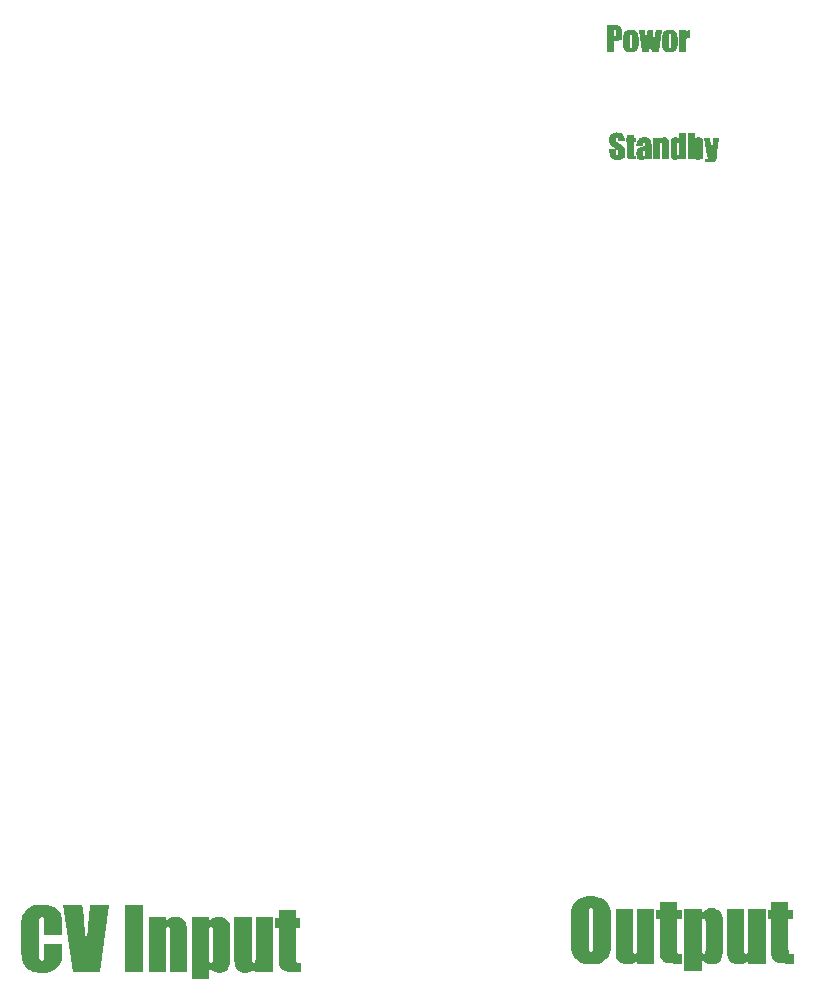
<source format=gbr>
%TF.GenerationSoftware,KiCad,Pcbnew,8.0.0*%
%TF.CreationDate,2024-04-13T17:49:09+09:00*%
%TF.ProjectId,RaverackPanel,52617665-7261-4636-9b50-616e656c2e6b,rev?*%
%TF.SameCoordinates,Original*%
%TF.FileFunction,Legend,Top*%
%TF.FilePolarity,Positive*%
%FSLAX46Y46*%
G04 Gerber Fmt 4.6, Leading zero omitted, Abs format (unit mm)*
G04 Created by KiCad (PCBNEW 8.0.0) date 2024-04-13 17:49:09*
%MOMM*%
%LPD*%
G01*
G04 APERTURE LIST*
%ADD10C,0.300000*%
G04 APERTURE END LIST*
D10*
G36*
X126743021Y-131773691D02*
G01*
X125218946Y-131773691D01*
X125218946Y-130788171D01*
X125213279Y-130530400D01*
X125178646Y-130298464D01*
X125007676Y-130210537D01*
X124813503Y-130319225D01*
X124777820Y-130571005D01*
X124771981Y-130833356D01*
X124771981Y-133362491D01*
X124777820Y-133614652D01*
X124813503Y-133857083D01*
X124996685Y-133962107D01*
X125174982Y-133854640D01*
X125211690Y-133604595D01*
X125218774Y-133349243D01*
X125218946Y-133294103D01*
X125218946Y-132555268D01*
X126743021Y-132555268D01*
X126743021Y-132810502D01*
X126739950Y-133070058D01*
X126728158Y-133349410D01*
X126707521Y-133593730D01*
X126666248Y-133864992D01*
X126617236Y-134051256D01*
X126509807Y-134273579D01*
X126343226Y-134478013D01*
X126142728Y-134646708D01*
X126065247Y-134699720D01*
X125839246Y-134821536D01*
X125588668Y-134908548D01*
X125313514Y-134960755D01*
X125052592Y-134977885D01*
X125013782Y-134978157D01*
X124742258Y-134967054D01*
X124491889Y-134933745D01*
X124231656Y-134868486D01*
X123999053Y-134774224D01*
X123945219Y-134746127D01*
X123730048Y-134600915D01*
X123543765Y-134406714D01*
X123413057Y-134177927D01*
X123384682Y-134102547D01*
X123318565Y-133839365D01*
X123282100Y-133590858D01*
X123261263Y-133347340D01*
X123250043Y-133075658D01*
X123247906Y-132878890D01*
X123247906Y-131279099D01*
X123249893Y-131033347D01*
X123257029Y-130786547D01*
X123273249Y-130529138D01*
X123289427Y-130382728D01*
X123350977Y-130140281D01*
X123468154Y-129905090D01*
X123540997Y-129798988D01*
X123721775Y-129604414D01*
X123926713Y-129455925D01*
X124122295Y-129355687D01*
X124364940Y-129270679D01*
X124628813Y-129217155D01*
X124884449Y-129195903D01*
X124973482Y-129194487D01*
X125246967Y-129206466D01*
X125498947Y-129242405D01*
X125760592Y-129312816D01*
X125994150Y-129414520D01*
X126048150Y-129444836D01*
X126264802Y-129594823D01*
X126451372Y-129784588D01*
X126580935Y-129998682D01*
X126608688Y-130067655D01*
X126673624Y-130308951D01*
X126713504Y-130576797D01*
X126734625Y-130852361D01*
X126742496Y-131119163D01*
X126743021Y-131214375D01*
X126743021Y-131773691D01*
G37*
G36*
X130681437Y-129272644D02*
G01*
X129935275Y-134900000D01*
X127672365Y-134900000D01*
X126826064Y-129272644D01*
X128431960Y-129272644D01*
X128464781Y-129560727D01*
X128496074Y-129843676D01*
X128525841Y-130121493D01*
X128554082Y-130394177D01*
X128580796Y-130661728D01*
X128605983Y-130924146D01*
X128629644Y-131181431D01*
X128651779Y-131433583D01*
X128672387Y-131680602D01*
X128700437Y-132041507D01*
X128725052Y-132390862D01*
X128746232Y-132728669D01*
X128763978Y-133054926D01*
X128773900Y-133266015D01*
X128788297Y-132953650D01*
X128803553Y-132648992D01*
X128819667Y-132352040D01*
X128836640Y-132062794D01*
X128854472Y-131781256D01*
X128873162Y-131507423D01*
X128892711Y-131241298D01*
X128913119Y-130982879D01*
X128934385Y-130732166D01*
X128964076Y-130409870D01*
X128971737Y-130331437D01*
X129075540Y-129272644D01*
X130681437Y-129272644D01*
G37*
G36*
X133580600Y-129272644D02*
G01*
X133580600Y-134900000D01*
X132056524Y-134900000D01*
X132056524Y-129272644D01*
X133580600Y-129272644D01*
G37*
G36*
X135519888Y-130288695D02*
G01*
X135502791Y-130586671D01*
X135678474Y-130416445D01*
X135805652Y-130337543D01*
X136033360Y-130246381D01*
X136290584Y-130211033D01*
X136327110Y-130210537D01*
X136586657Y-130235266D01*
X136825197Y-130317870D01*
X136935275Y-130386392D01*
X137120085Y-130569699D01*
X137230299Y-130792183D01*
X137239357Y-130824808D01*
X137281031Y-131069127D01*
X137299664Y-131314577D01*
X137307144Y-131577519D01*
X137307745Y-131686985D01*
X137307745Y-134900000D01*
X135842288Y-134900000D01*
X135842288Y-131707745D01*
X135839665Y-131454558D01*
X135824552Y-131202759D01*
X135815422Y-131156978D01*
X135678646Y-131070272D01*
X135525994Y-131172854D01*
X135499483Y-131436585D01*
X135494521Y-131690559D01*
X135494242Y-131782240D01*
X135494242Y-134900000D01*
X134028785Y-134900000D01*
X134028785Y-130288695D01*
X135519888Y-130288695D01*
G37*
G36*
X140267452Y-130240366D02*
G01*
X140495186Y-130329853D01*
X140590369Y-130391277D01*
X140770689Y-130558874D01*
X140889758Y-130776174D01*
X140898115Y-130805268D01*
X140937650Y-131046769D01*
X140954346Y-131301936D01*
X140959116Y-131549518D01*
X140959176Y-131583182D01*
X140959176Y-133489497D01*
X140955495Y-133745151D01*
X140942271Y-133996110D01*
X140912218Y-134247986D01*
X140882240Y-134383426D01*
X140775300Y-134612833D01*
X140596447Y-134795013D01*
X140567166Y-134815736D01*
X140339496Y-134926766D01*
X140095437Y-134974192D01*
X139993196Y-134978157D01*
X139735519Y-134946711D01*
X139497383Y-134852372D01*
X139287059Y-134710798D01*
X139153000Y-134572714D01*
X139153000Y-135525261D01*
X137687543Y-135525261D01*
X137687543Y-133535903D01*
X139153000Y-133535903D01*
X139157809Y-133796079D01*
X139187194Y-134030495D01*
X139333740Y-134118422D01*
X139466852Y-134040265D01*
X139491594Y-133781686D01*
X139493719Y-133601849D01*
X139493719Y-131635694D01*
X139490689Y-131388554D01*
X139468073Y-131143545D01*
X139330076Y-131070272D01*
X139185973Y-131158199D01*
X139156896Y-131403509D01*
X139153000Y-131635694D01*
X139153000Y-133535903D01*
X137687543Y-133535903D01*
X137687543Y-130288695D01*
X139178646Y-130288695D01*
X139160327Y-130611095D01*
X139336526Y-130441763D01*
X139504710Y-130336322D01*
X139746510Y-130241983D01*
X139993162Y-130210660D01*
X140010293Y-130210537D01*
X140267452Y-130240366D01*
G37*
G36*
X144571528Y-130288695D02*
G01*
X144571528Y-134900000D01*
X143079204Y-134900000D01*
X143096301Y-134627669D01*
X142908997Y-134797570D01*
X142808094Y-134857257D01*
X142572095Y-134947932D01*
X142321454Y-134978039D01*
X142303733Y-134978157D01*
X142059317Y-134959413D01*
X141820876Y-134891203D01*
X141765177Y-134864584D01*
X141558926Y-134711870D01*
X141447662Y-134560502D01*
X141353399Y-134331417D01*
X141320655Y-134169713D01*
X141303959Y-133919770D01*
X141297758Y-133651079D01*
X141296231Y-133382030D01*
X141296231Y-130288695D01*
X142761688Y-130288695D01*
X142761688Y-133425994D01*
X142763813Y-133686996D01*
X142774387Y-133940187D01*
X142788555Y-134035380D01*
X142932658Y-134118422D01*
X143081646Y-134032937D01*
X143101396Y-133787402D01*
X143105689Y-133523100D01*
X143106071Y-133391800D01*
X143106071Y-130288695D01*
X144571528Y-130288695D01*
G37*
G36*
X146512037Y-129663433D02*
G01*
X146512037Y-130366852D01*
X146885729Y-130366852D01*
X146885729Y-131148429D01*
X146512037Y-131148429D01*
X146512037Y-133594521D01*
X146516222Y-133851671D01*
X146547452Y-134078122D01*
X146801802Y-134116494D01*
X146944347Y-134118422D01*
X146944347Y-134900000D01*
X146345952Y-134900000D01*
X146098517Y-134896812D01*
X145853555Y-134884257D01*
X145658408Y-134859699D01*
X145425335Y-134771646D01*
X145284717Y-134666748D01*
X145134894Y-134471266D01*
X145081995Y-134321144D01*
X145055281Y-134057409D01*
X145046008Y-133787638D01*
X145043069Y-133523586D01*
X145042916Y-133439427D01*
X145042916Y-131148429D01*
X144743719Y-131148429D01*
X144743719Y-130366852D01*
X145042916Y-130366852D01*
X145042916Y-129663433D01*
X146512037Y-129663433D01*
G37*
G36*
X173542780Y-54750857D02*
G01*
X173643331Y-54757322D01*
X173740249Y-54770215D01*
X173811995Y-54786671D01*
X173907405Y-54823036D01*
X173991247Y-54879422D01*
X174008855Y-54897069D01*
X174067690Y-54982017D01*
X174099225Y-55070481D01*
X174114406Y-55170294D01*
X174120817Y-55271101D01*
X174122672Y-55379692D01*
X174122672Y-55571179D01*
X174119802Y-55671074D01*
X174108144Y-55776022D01*
X174082315Y-55872742D01*
X174076755Y-55885764D01*
X174017070Y-55969798D01*
X173931345Y-56029638D01*
X173909204Y-56040125D01*
X173807950Y-56072571D01*
X173708249Y-56088170D01*
X173606609Y-56093318D01*
X173594619Y-56093370D01*
X173454912Y-56093370D01*
X173454912Y-57000000D01*
X172845282Y-57000000D01*
X172845282Y-55155478D01*
X173454912Y-55155478D01*
X173454912Y-55686461D01*
X173481779Y-55686950D01*
X173575505Y-55659268D01*
X173580942Y-55653244D01*
X173606129Y-55555700D01*
X173607808Y-55502302D01*
X173607808Y-55321074D01*
X173596787Y-55221827D01*
X173576545Y-55185275D01*
X173481839Y-55156205D01*
X173454912Y-55155478D01*
X172845282Y-55155478D01*
X172845282Y-54749057D01*
X173443677Y-54749057D01*
X173542780Y-54750857D01*
G37*
G36*
X174953718Y-55128697D02*
G01*
X175058056Y-55144191D01*
X175152089Y-55170752D01*
X175178290Y-55180879D01*
X175272445Y-55228025D01*
X175354603Y-55290418D01*
X175390293Y-55328890D01*
X175446953Y-55409940D01*
X175487325Y-55499270D01*
X175492875Y-55517445D01*
X175511908Y-55620682D01*
X175519386Y-55727902D01*
X175520718Y-55808094D01*
X175520718Y-56251639D01*
X175519503Y-56352966D01*
X175515137Y-56453655D01*
X175505215Y-56556848D01*
X175495317Y-56614096D01*
X175462205Y-56713111D01*
X175411198Y-56800199D01*
X175386385Y-56832449D01*
X175317142Y-56901463D01*
X175234710Y-56955364D01*
X175172428Y-56982903D01*
X175078594Y-57010436D01*
X174975755Y-57026540D01*
X174874452Y-57031263D01*
X174773893Y-57028017D01*
X174672494Y-57016797D01*
X174573518Y-56995199D01*
X174556936Y-56990230D01*
X174460081Y-56949480D01*
X174377054Y-56889908D01*
X174352749Y-56864689D01*
X174296676Y-56784386D01*
X174256685Y-56691368D01*
X174248213Y-56662456D01*
X174229460Y-56557721D01*
X174224133Y-56494417D01*
X174803621Y-56494417D01*
X174806627Y-56592877D01*
X174817299Y-56654640D01*
X174869078Y-56687369D01*
X174921346Y-56657571D01*
X174933904Y-56558836D01*
X174934535Y-56512491D01*
X174934535Y-55666434D01*
X174932104Y-55566470D01*
X174921835Y-55498394D01*
X174870544Y-55468108D01*
X174817299Y-55498883D01*
X174804703Y-55597684D01*
X174803621Y-55666434D01*
X174803621Y-56494417D01*
X174224133Y-56494417D01*
X174221075Y-56458073D01*
X174217709Y-56354316D01*
X174217438Y-56311723D01*
X174217438Y-55847662D01*
X174220127Y-55741340D01*
X174229782Y-55632652D01*
X174249037Y-55526727D01*
X174273614Y-55447103D01*
X174323249Y-55353500D01*
X174394242Y-55273519D01*
X174477313Y-55212630D01*
X174566318Y-55169890D01*
X174667920Y-55141138D01*
X174768807Y-55127323D01*
X174851004Y-55124214D01*
X174953718Y-55128697D01*
G37*
G36*
X177490293Y-55155478D02*
G01*
X177265101Y-57000000D01*
X176634466Y-57000000D01*
X176618497Y-56885673D01*
X176605808Y-56786312D01*
X176593195Y-56679929D01*
X176580658Y-56566524D01*
X176568198Y-56446097D01*
X176555814Y-56318648D01*
X176546576Y-56218453D01*
X176537382Y-56114308D01*
X176534326Y-56078715D01*
X176530760Y-56177514D01*
X176523604Y-56291085D01*
X176513222Y-56402833D01*
X176499615Y-56512758D01*
X176487920Y-56590160D01*
X176423928Y-57000000D01*
X175793782Y-57000000D01*
X175554912Y-55155478D01*
X176064891Y-55155478D01*
X176076080Y-55271831D01*
X176085766Y-55370898D01*
X176098352Y-55499107D01*
X176109695Y-55614387D01*
X176122669Y-55746059D01*
X176137275Y-55894123D01*
X176147919Y-56001939D01*
X176159287Y-56117041D01*
X176171381Y-56239427D01*
X176174159Y-56141477D01*
X176183471Y-56023799D01*
X176195317Y-55901029D01*
X176206766Y-55792252D01*
X176220413Y-55669160D01*
X176236258Y-55531755D01*
X176248043Y-55432199D01*
X176260805Y-55326282D01*
X176274543Y-55214003D01*
X176281779Y-55155478D01*
X176769776Y-55155478D01*
X176867962Y-56239427D01*
X176872083Y-56115421D01*
X176879075Y-55988132D01*
X176886202Y-55890512D01*
X176894943Y-55791045D01*
X176905299Y-55689733D01*
X176917268Y-55586574D01*
X176930852Y-55481569D01*
X176946051Y-55374718D01*
X176962864Y-55266021D01*
X176981290Y-55155478D01*
X177490293Y-55155478D01*
G37*
G36*
X178257835Y-55128697D02*
G01*
X178362173Y-55144191D01*
X178456206Y-55170752D01*
X178482407Y-55180879D01*
X178576563Y-55228025D01*
X178658720Y-55290418D01*
X178694410Y-55328890D01*
X178751070Y-55409940D01*
X178791442Y-55499270D01*
X178796992Y-55517445D01*
X178816026Y-55620682D01*
X178823503Y-55727902D01*
X178824836Y-55808094D01*
X178824836Y-56251639D01*
X178823620Y-56352966D01*
X178819254Y-56453655D01*
X178809332Y-56556848D01*
X178799434Y-56614096D01*
X178766322Y-56713111D01*
X178715315Y-56800199D01*
X178690502Y-56832449D01*
X178621259Y-56901463D01*
X178538827Y-56955364D01*
X178476545Y-56982903D01*
X178382711Y-57010436D01*
X178279872Y-57026540D01*
X178178569Y-57031263D01*
X178078011Y-57028017D01*
X177976612Y-57016797D01*
X177877635Y-56995199D01*
X177861053Y-56990230D01*
X177764199Y-56949480D01*
X177681171Y-56889908D01*
X177656866Y-56864689D01*
X177600793Y-56784386D01*
X177560802Y-56691368D01*
X177552330Y-56662456D01*
X177533577Y-56557721D01*
X177528250Y-56494417D01*
X178107739Y-56494417D01*
X178110744Y-56592877D01*
X178121416Y-56654640D01*
X178173196Y-56687369D01*
X178225464Y-56657571D01*
X178238022Y-56558836D01*
X178238653Y-56512491D01*
X178238653Y-55666434D01*
X178236222Y-55566470D01*
X178225952Y-55498394D01*
X178174661Y-55468108D01*
X178121416Y-55498883D01*
X178108820Y-55597684D01*
X178107739Y-55666434D01*
X178107739Y-56494417D01*
X177528250Y-56494417D01*
X177525192Y-56458073D01*
X177521826Y-56354316D01*
X177521556Y-56311723D01*
X177521556Y-55847662D01*
X177524244Y-55741340D01*
X177533899Y-55632652D01*
X177553155Y-55526727D01*
X177577732Y-55447103D01*
X177627367Y-55353500D01*
X177698359Y-55273519D01*
X177781430Y-55212630D01*
X177870435Y-55169890D01*
X177972037Y-55141138D01*
X178072924Y-55127323D01*
X178155122Y-55124214D01*
X178257835Y-55128697D01*
G37*
G36*
X179556099Y-55155478D02*
G01*
X179517020Y-55432449D01*
X179563371Y-55332723D01*
X179619991Y-55252266D01*
X179699028Y-55182753D01*
X179792043Y-55139466D01*
X179882896Y-55123237D01*
X179882896Y-55812002D01*
X179781542Y-55816447D01*
X179680355Y-55836833D01*
X179651842Y-55849616D01*
X179582587Y-55919331D01*
X179569776Y-55955129D01*
X179558907Y-56060079D01*
X179555580Y-56163132D01*
X179554648Y-56264068D01*
X179554633Y-56279972D01*
X179554633Y-57000000D01*
X178968450Y-57000000D01*
X178968450Y-55155478D01*
X179556099Y-55155478D01*
G37*
G36*
X171737849Y-128496175D02*
G01*
X171996641Y-128536580D01*
X172238022Y-128605846D01*
X172307041Y-128632254D01*
X172540642Y-128750753D01*
X172741054Y-128904751D01*
X172894445Y-129075554D01*
X173026587Y-129284506D01*
X173121699Y-129525619D01*
X173159448Y-129715471D01*
X173181344Y-129979844D01*
X173193022Y-130262097D01*
X173198374Y-130515061D01*
X173200807Y-130803401D01*
X173200969Y-130907376D01*
X173200969Y-131845268D01*
X173199986Y-132091974D01*
X173196207Y-132357244D01*
X173188218Y-132624293D01*
X173174365Y-132873535D01*
X173160669Y-133021297D01*
X173106058Y-133275348D01*
X173002675Y-133513599D01*
X172906657Y-133663656D01*
X172742124Y-133848995D01*
X172542382Y-134002009D01*
X172330244Y-134113063D01*
X172092870Y-134194851D01*
X171832599Y-134246347D01*
X171578777Y-134266794D01*
X171490048Y-134268157D01*
X171241658Y-134256565D01*
X170982436Y-134216494D01*
X170740864Y-134147801D01*
X170671835Y-134121612D01*
X170438233Y-134002561D01*
X170237822Y-133848589D01*
X170084431Y-133678311D01*
X169952288Y-133468664D01*
X169857176Y-133227121D01*
X169819427Y-133037173D01*
X169797531Y-132772799D01*
X169790179Y-132595094D01*
X171301981Y-132595094D01*
X171305321Y-132850404D01*
X171322852Y-133097413D01*
X171336175Y-133156852D01*
X171486385Y-133252107D01*
X171641479Y-133140976D01*
X171671049Y-132880712D01*
X171676756Y-132612754D01*
X171676894Y-132554794D01*
X171676894Y-130053747D01*
X171670848Y-129797083D01*
X171640258Y-129590907D01*
X171496154Y-129500537D01*
X171352051Y-129572588D01*
X171306871Y-129830971D01*
X171301981Y-130053747D01*
X171301981Y-132595094D01*
X169790179Y-132595094D01*
X169785853Y-132490546D01*
X169780501Y-132237583D01*
X169778068Y-131949243D01*
X169777906Y-131845268D01*
X169777906Y-130907376D01*
X169778890Y-130660670D01*
X169782668Y-130395399D01*
X169790657Y-130128351D01*
X169804510Y-129879108D01*
X169818206Y-129731346D01*
X169872817Y-129477296D01*
X169976201Y-129239044D01*
X170072219Y-129088988D01*
X170236607Y-128903794D01*
X170435916Y-128751212D01*
X170647411Y-128640802D01*
X170885547Y-128558370D01*
X171146582Y-128506468D01*
X171401091Y-128485860D01*
X171490048Y-128484487D01*
X171737849Y-128496175D01*
G37*
G36*
X176857285Y-129578695D02*
G01*
X176857285Y-134190000D01*
X175364961Y-134190000D01*
X175382058Y-133917669D01*
X175194754Y-134087570D01*
X175093852Y-134147257D01*
X174857852Y-134237932D01*
X174607211Y-134268039D01*
X174589490Y-134268157D01*
X174345074Y-134249413D01*
X174106633Y-134181203D01*
X174050935Y-134154584D01*
X173844683Y-134001870D01*
X173733419Y-133850502D01*
X173639156Y-133621417D01*
X173606413Y-133459713D01*
X173589716Y-133209770D01*
X173583515Y-132941079D01*
X173581988Y-132672030D01*
X173581988Y-129578695D01*
X175047445Y-129578695D01*
X175047445Y-132715994D01*
X175049571Y-132976996D01*
X175060144Y-133230187D01*
X175074312Y-133325380D01*
X175218415Y-133408422D01*
X175367404Y-133322937D01*
X175387153Y-133077402D01*
X175391446Y-132813100D01*
X175391828Y-132681800D01*
X175391828Y-129578695D01*
X176857285Y-129578695D01*
G37*
G36*
X178797794Y-128953433D02*
G01*
X178797794Y-129656852D01*
X179171486Y-129656852D01*
X179171486Y-130438429D01*
X178797794Y-130438429D01*
X178797794Y-132884521D01*
X178801979Y-133141671D01*
X178833210Y-133368122D01*
X179087560Y-133406494D01*
X179230104Y-133408422D01*
X179230104Y-134190000D01*
X178631709Y-134190000D01*
X178384274Y-134186812D01*
X178139312Y-134174257D01*
X177944166Y-134149699D01*
X177711093Y-134061646D01*
X177570474Y-133956748D01*
X177420651Y-133761266D01*
X177367752Y-133611144D01*
X177341038Y-133347409D01*
X177331765Y-133077638D01*
X177328826Y-132813586D01*
X177328674Y-132729427D01*
X177328674Y-130438429D01*
X177029476Y-130438429D01*
X177029476Y-129656852D01*
X177328674Y-129656852D01*
X177328674Y-128953433D01*
X178797794Y-128953433D01*
G37*
G36*
X181966329Y-129530366D02*
G01*
X182194063Y-129619853D01*
X182289246Y-129681277D01*
X182469566Y-129848874D01*
X182588634Y-130066174D01*
X182596992Y-130095268D01*
X182636526Y-130336769D01*
X182653223Y-130591936D01*
X182657993Y-130839518D01*
X182658053Y-130873182D01*
X182658053Y-132779497D01*
X182654371Y-133035151D01*
X182641148Y-133286110D01*
X182611094Y-133537986D01*
X182581116Y-133673426D01*
X182474176Y-133902833D01*
X182295323Y-134085013D01*
X182266043Y-134105736D01*
X182038372Y-134216766D01*
X181794313Y-134264192D01*
X181692072Y-134268157D01*
X181434396Y-134236711D01*
X181196259Y-134142372D01*
X180985936Y-134000798D01*
X180851877Y-133862714D01*
X180851877Y-134815261D01*
X179386420Y-134815261D01*
X179386420Y-132825903D01*
X180851877Y-132825903D01*
X180856685Y-133086079D01*
X180886071Y-133320495D01*
X181032616Y-133408422D01*
X181165729Y-133330265D01*
X181190470Y-133071686D01*
X181192595Y-132891849D01*
X181192595Y-130925694D01*
X181189565Y-130678554D01*
X181166950Y-130433545D01*
X181028953Y-130360272D01*
X180884849Y-130448199D01*
X180855773Y-130693509D01*
X180851877Y-130925694D01*
X180851877Y-132825903D01*
X179386420Y-132825903D01*
X179386420Y-129578695D01*
X180877522Y-129578695D01*
X180859204Y-129901095D01*
X181035402Y-129731763D01*
X181203586Y-129626322D01*
X181445387Y-129531983D01*
X181692039Y-129500660D01*
X181709169Y-129500537D01*
X181966329Y-129530366D01*
G37*
G36*
X186270404Y-129578695D02*
G01*
X186270404Y-134190000D01*
X184778080Y-134190000D01*
X184795177Y-133917669D01*
X184607874Y-134087570D01*
X184506971Y-134147257D01*
X184270971Y-134237932D01*
X184020330Y-134268039D01*
X184002609Y-134268157D01*
X183758194Y-134249413D01*
X183519753Y-134181203D01*
X183464054Y-134154584D01*
X183257802Y-134001870D01*
X183146538Y-133850502D01*
X183052276Y-133621417D01*
X183019532Y-133459713D01*
X183002836Y-133209770D01*
X182996634Y-132941079D01*
X182995108Y-132672030D01*
X182995108Y-129578695D01*
X184460565Y-129578695D01*
X184460565Y-132715994D01*
X184462690Y-132976996D01*
X184473263Y-133230187D01*
X184487431Y-133325380D01*
X184631535Y-133408422D01*
X184780523Y-133322937D01*
X184800272Y-133077402D01*
X184804566Y-132813100D01*
X184804947Y-132681800D01*
X184804947Y-129578695D01*
X186270404Y-129578695D01*
G37*
G36*
X188210914Y-128953433D02*
G01*
X188210914Y-129656852D01*
X188584605Y-129656852D01*
X188584605Y-130438429D01*
X188210914Y-130438429D01*
X188210914Y-132884521D01*
X188215098Y-133141671D01*
X188246329Y-133368122D01*
X188500679Y-133406494D01*
X188643224Y-133408422D01*
X188643224Y-134190000D01*
X188044829Y-134190000D01*
X187797393Y-134186812D01*
X187552431Y-134174257D01*
X187357285Y-134149699D01*
X187124212Y-134061646D01*
X186983593Y-133956748D01*
X186833770Y-133761266D01*
X186780872Y-133611144D01*
X186754158Y-133347409D01*
X186744884Y-133077638D01*
X186741946Y-132813586D01*
X186741793Y-132729427D01*
X186741793Y-130438429D01*
X186442595Y-130438429D01*
X186442595Y-129656852D01*
X186741793Y-129656852D01*
X186741793Y-128953433D01*
X188210914Y-128953433D01*
G37*
G36*
X174342156Y-64578108D02*
G01*
X173773558Y-64578108D01*
X173773558Y-64397369D01*
X173768149Y-64299515D01*
X173756461Y-64260593D01*
X173699797Y-64234214D01*
X173632875Y-64268897D01*
X173610118Y-64365376D01*
X173609916Y-64379295D01*
X173619904Y-64479485D01*
X173638248Y-64527794D01*
X173707005Y-64597576D01*
X173788407Y-64653183D01*
X173796517Y-64658220D01*
X173889238Y-64716968D01*
X173972983Y-64772800D01*
X174065041Y-64838491D01*
X174143075Y-64899625D01*
X174218203Y-64966974D01*
X174286957Y-65046566D01*
X174336781Y-65143926D01*
X174364260Y-65239152D01*
X174381874Y-65351441D01*
X174389122Y-65461270D01*
X174390027Y-65520886D01*
X174387269Y-65618883D01*
X174377362Y-65716511D01*
X174354846Y-65816994D01*
X174332386Y-65873084D01*
X174274249Y-65953592D01*
X174194766Y-66018220D01*
X174111102Y-66064570D01*
X174015232Y-66101643D01*
X173911170Y-66126583D01*
X173811794Y-66138566D01*
X173733014Y-66141263D01*
X173632826Y-66136962D01*
X173526283Y-66121513D01*
X173428227Y-66094830D01*
X173328060Y-66051381D01*
X173242459Y-65996607D01*
X173168919Y-65926502D01*
X173114252Y-65838146D01*
X173107264Y-65820816D01*
X173079701Y-65722127D01*
X173063622Y-65614381D01*
X173056272Y-65503556D01*
X173054996Y-65427096D01*
X173054996Y-65265896D01*
X173623593Y-65265896D01*
X173623593Y-65553126D01*
X173628356Y-65651556D01*
X173642644Y-65704556D01*
X173711032Y-65734842D01*
X173784305Y-65695275D01*
X173808610Y-65596859D01*
X173809218Y-65571688D01*
X173804352Y-65466301D01*
X173783478Y-65368380D01*
X173759392Y-65326468D01*
X173682135Y-65260832D01*
X173600081Y-65203035D01*
X173505864Y-65141410D01*
X173492679Y-65133028D01*
X173404710Y-65076244D01*
X173321118Y-65019877D01*
X173242044Y-64962213D01*
X173203496Y-64930307D01*
X173137794Y-64852515D01*
X173090323Y-64764212D01*
X173084305Y-64750055D01*
X173055729Y-64654869D01*
X173041120Y-64552288D01*
X173037411Y-64457452D01*
X173040636Y-64352346D01*
X173052223Y-64248024D01*
X173075329Y-64150806D01*
X173104822Y-64082295D01*
X173166920Y-63999657D01*
X173244120Y-63937061D01*
X173321709Y-63895205D01*
X173421000Y-63859657D01*
X173520395Y-63838920D01*
X173629295Y-63828848D01*
X173680746Y-63827794D01*
X173790930Y-63832465D01*
X173892871Y-63846479D01*
X173997701Y-63873411D01*
X174072023Y-63902533D01*
X174163261Y-63953156D01*
X174238829Y-64017877D01*
X174288422Y-64092065D01*
X174319015Y-64188832D01*
X174334600Y-64295054D01*
X174340844Y-64394500D01*
X174342156Y-64474549D01*
X174342156Y-64578108D01*
G37*
G36*
X175133503Y-64015373D02*
G01*
X175133503Y-64296741D01*
X175282979Y-64296741D01*
X175282979Y-64609371D01*
X175133503Y-64609371D01*
X175133503Y-65587808D01*
X175135177Y-65690668D01*
X175147669Y-65781249D01*
X175249409Y-65796597D01*
X175306427Y-65797369D01*
X175306427Y-66110000D01*
X175067069Y-66110000D01*
X174968094Y-66108724D01*
X174870110Y-66103703D01*
X174792051Y-66093879D01*
X174698822Y-66058658D01*
X174642575Y-66016699D01*
X174582645Y-65938506D01*
X174561486Y-65878457D01*
X174550800Y-65772963D01*
X174547091Y-65665055D01*
X174545915Y-65559434D01*
X174545854Y-65525771D01*
X174545854Y-64609371D01*
X174426175Y-64609371D01*
X174426175Y-64296741D01*
X174545854Y-64296741D01*
X174545854Y-64015373D01*
X175133503Y-64015373D01*
G37*
G36*
X176088544Y-64237804D02*
G01*
X176195911Y-64251064D01*
X176302302Y-64278182D01*
X176401190Y-64323945D01*
X176420174Y-64336308D01*
X176500831Y-64404601D01*
X176562887Y-64490081D01*
X176597006Y-64586413D01*
X176611410Y-64693626D01*
X176618394Y-64791720D01*
X176622613Y-64889732D01*
X176625378Y-65002532D01*
X176626542Y-65103419D01*
X176626803Y-65185296D01*
X176626803Y-66110000D01*
X176055764Y-66110000D01*
X176055764Y-65993251D01*
X175986521Y-66064692D01*
X175948297Y-66089972D01*
X175856339Y-66128440D01*
X175755711Y-66141212D01*
X175748506Y-66141263D01*
X175647840Y-66131104D01*
X175552715Y-66100627D01*
X175471046Y-66055289D01*
X175404070Y-65982045D01*
X175365001Y-65882762D01*
X175348505Y-65783689D01*
X175344040Y-65683551D01*
X175344040Y-65582435D01*
X175896029Y-65582435D01*
X175898609Y-65680518D01*
X175911660Y-65761221D01*
X175972233Y-65797369D01*
X176027431Y-65770502D01*
X176039796Y-65667096D01*
X176040621Y-65604905D01*
X176040621Y-65250265D01*
X175965327Y-65316369D01*
X175916057Y-65393391D01*
X175899334Y-65491143D01*
X175896029Y-65582435D01*
X175344040Y-65582435D01*
X175344040Y-65532609D01*
X175349372Y-65424181D01*
X175370372Y-65320309D01*
X175411451Y-65242937D01*
X175489303Y-65180862D01*
X175583035Y-65130247D01*
X175676882Y-65088477D01*
X175738736Y-65063663D01*
X175830310Y-65026655D01*
X175925000Y-64985271D01*
X176012063Y-64937426D01*
X176023524Y-64925422D01*
X176039802Y-64828500D01*
X176040621Y-64785226D01*
X176037068Y-64686144D01*
X176022058Y-64614256D01*
X175964417Y-64578108D01*
X175907264Y-64607418D01*
X175896918Y-64709609D01*
X175896029Y-64782295D01*
X175896029Y-64984528D01*
X175344040Y-64984528D01*
X175344040Y-64849706D01*
X175347185Y-64751032D01*
X175359960Y-64644176D01*
X175385362Y-64547792D01*
X175394354Y-64525352D01*
X175446538Y-64442737D01*
X175519115Y-64373765D01*
X175596099Y-64322142D01*
X175687959Y-64279638D01*
X175793729Y-64251044D01*
X175899425Y-64237306D01*
X175985910Y-64234214D01*
X176088544Y-64237804D01*
G37*
G36*
X177376140Y-64265478D02*
G01*
X177369302Y-64384668D01*
X177439575Y-64316578D01*
X177490446Y-64285017D01*
X177581529Y-64248552D01*
X177684419Y-64234413D01*
X177699030Y-64234214D01*
X177802848Y-64244106D01*
X177898264Y-64277148D01*
X177942295Y-64304556D01*
X178016219Y-64377879D01*
X178060305Y-64466873D01*
X178063928Y-64479923D01*
X178080598Y-64577650D01*
X178088051Y-64675830D01*
X178091043Y-64781007D01*
X178091284Y-64824794D01*
X178091284Y-66110000D01*
X177505101Y-66110000D01*
X177505101Y-64833098D01*
X177504051Y-64731823D01*
X177498006Y-64631103D01*
X177494354Y-64612791D01*
X177439644Y-64578108D01*
X177378583Y-64619141D01*
X177367978Y-64724634D01*
X177365994Y-64826223D01*
X177365882Y-64862896D01*
X177365882Y-66110000D01*
X176779699Y-66110000D01*
X176779699Y-64265478D01*
X177376140Y-64265478D01*
G37*
G36*
X179536713Y-66110000D02*
G01*
X178950530Y-66110000D01*
X178950530Y-65997648D01*
X178872818Y-66060695D01*
X178804961Y-66098276D01*
X178711905Y-66130516D01*
X178614452Y-66141263D01*
X178511427Y-66129653D01*
X178419849Y-66094826D01*
X178381444Y-66070921D01*
X178308568Y-66005164D01*
X178258254Y-65919710D01*
X178254438Y-65908255D01*
X178235404Y-65806007D01*
X178228334Y-65707213D01*
X178226927Y-65630795D01*
X178812777Y-65630795D01*
X178817599Y-65731674D01*
X178826454Y-65768548D01*
X178876769Y-65797369D01*
X178935387Y-65764152D01*
X178949051Y-65663297D01*
X178950530Y-65580969D01*
X178950530Y-64732470D01*
X178944429Y-64634546D01*
X178936364Y-64606929D01*
X178881165Y-64578108D01*
X178826454Y-64603510D01*
X178813111Y-64701887D01*
X178812777Y-64732470D01*
X178812777Y-65630795D01*
X178226927Y-65630795D01*
X178226594Y-65612721D01*
X178226594Y-64765687D01*
X178228334Y-64667471D01*
X178235404Y-64565910D01*
X178252725Y-64469111D01*
X178254438Y-64463314D01*
X178304807Y-64372981D01*
X178382909Y-64303579D01*
X178470561Y-64258668D01*
X178570789Y-64236653D01*
X178621290Y-64234214D01*
X178723384Y-64243984D01*
X178816685Y-64273293D01*
X178902792Y-64320348D01*
X178950530Y-64361221D01*
X178950530Y-63859057D01*
X179536713Y-63859057D01*
X179536713Y-66110000D01*
G37*
G36*
X180283119Y-64368060D02*
G01*
X180359114Y-64305158D01*
X180414033Y-64275736D01*
X180511454Y-64243338D01*
X180604054Y-64234214D01*
X180707065Y-64242372D01*
X180802747Y-64269055D01*
X180808241Y-64271339D01*
X180893627Y-64322447D01*
X180942086Y-64375875D01*
X180987006Y-64462880D01*
X180997773Y-64507278D01*
X181004734Y-64605341D01*
X181006828Y-64712856D01*
X181007055Y-64772526D01*
X181007055Y-65588297D01*
X181004852Y-65693385D01*
X180997239Y-65791750D01*
X180979211Y-65890669D01*
X180936471Y-65979670D01*
X180866560Y-66052279D01*
X180847808Y-66066524D01*
X180757856Y-66114914D01*
X180655488Y-66138635D01*
X180604054Y-66141263D01*
X180505990Y-66130150D01*
X180415010Y-66096810D01*
X180331894Y-66043546D01*
X180274815Y-65987390D01*
X180244040Y-66110000D01*
X179696936Y-66110000D01*
X179696936Y-65582435D01*
X180283119Y-65582435D01*
X180285457Y-65681857D01*
X180297285Y-65762198D01*
X180352484Y-65797369D01*
X180407194Y-65761221D01*
X180419256Y-65659911D01*
X180420872Y-65564361D01*
X180420872Y-64792065D01*
X180417973Y-64689456D01*
X180405729Y-64615233D01*
X180348576Y-64578108D01*
X180295819Y-64609860D01*
X180284359Y-64709624D01*
X180283119Y-64792065D01*
X180283119Y-65582435D01*
X179696936Y-65582435D01*
X179696936Y-63859057D01*
X180283119Y-63859057D01*
X180283119Y-64368060D01*
G37*
G36*
X182345994Y-64265478D02*
G01*
X182184794Y-65592205D01*
X182171267Y-65702171D01*
X182156484Y-65813015D01*
X182140906Y-65916680D01*
X182121779Y-66019141D01*
X182092207Y-66112627D01*
X182041465Y-66201379D01*
X182033852Y-66211116D01*
X181960579Y-66277916D01*
X181870590Y-66321687D01*
X181863859Y-66323956D01*
X181764940Y-66345984D01*
X181667670Y-66355833D01*
X181564600Y-66359786D01*
X181521919Y-66360104D01*
X181169720Y-66360104D01*
X181169720Y-66047473D01*
X181272690Y-66045416D01*
X181342156Y-66036727D01*
X181372930Y-65991786D01*
X181356999Y-65894310D01*
X181339225Y-65804207D01*
X181031479Y-64265478D01*
X181568325Y-64265478D01*
X181736364Y-65533098D01*
X181809637Y-64265478D01*
X182345994Y-64265478D01*
G37*
M02*

</source>
